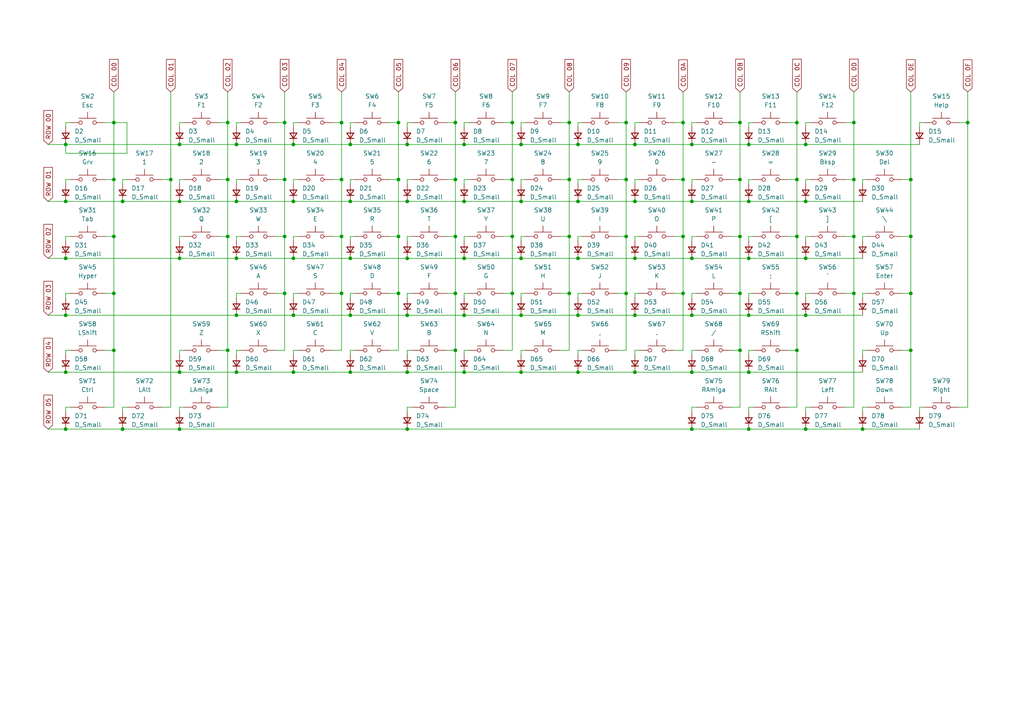
<source format=kicad_sch>
(kicad_sch (version 20211123) (generator eeschema)
  (paper "A4")
  (junction (at 167.64 41.91))
  (junction (at 132.08 101.6))
  (junction (at 85.09 91.44))
  (junction (at 184.15 41.91))
  (junction (at 85.09 107.95))
  (junction (at 68.58 91.44))
  (junction (at 264.16 85.09))
  (junction (at 118.11 124.46))
  (junction (at 101.6 41.91))
  (junction (at 115.57 85.09))
  (junction (at 247.65 68.58))
  (junction (at 247.65 85.09))
  (junction (at 217.17 41.91))
  (junction (at 214.63 101.6))
  (junction (at 231.14 68.58))
  (junction (at 52.07 124.46))
  (junction (at 33.02 52.07))
  (junction (at 99.06 68.58))
  (junction (at 184.15 58.42))
  (junction (at 184.15 74.93))
  (junction (at 165.1 68.58))
  (junction (at 19.05 74.93))
  (junction (at 101.6 91.44))
  (junction (at 132.08 52.07))
  (junction (at 200.66 58.42))
  (junction (at 101.6 58.42))
  (junction (at 151.13 58.42))
  (junction (at 200.66 91.44))
  (junction (at 148.59 68.58))
  (junction (at 151.13 107.95))
  (junction (at 198.12 68.58))
  (junction (at 19.05 107.95))
  (junction (at 151.13 74.93))
  (junction (at 280.67 35.56))
  (junction (at 19.05 58.42))
  (junction (at 151.13 91.44))
  (junction (at 167.64 58.42))
  (junction (at 184.15 107.95))
  (junction (at 214.63 85.09))
  (junction (at 101.6 74.93))
  (junction (at 68.58 41.91))
  (junction (at 132.08 35.56))
  (junction (at 115.57 68.58))
  (junction (at 165.1 52.07))
  (junction (at 52.07 74.93))
  (junction (at 33.02 101.6))
  (junction (at 264.16 101.6))
  (junction (at 217.17 74.93))
  (junction (at 231.14 52.07))
  (junction (at 33.02 68.58))
  (junction (at 68.58 58.42))
  (junction (at 118.11 91.44))
  (junction (at 82.55 85.09))
  (junction (at 181.61 85.09))
  (junction (at 264.16 68.58))
  (junction (at 198.12 85.09))
  (junction (at 233.68 58.42))
  (junction (at 134.62 41.91))
  (junction (at 52.07 107.95))
  (junction (at 85.09 74.93))
  (junction (at 217.17 91.44))
  (junction (at 181.61 68.58))
  (junction (at 231.14 85.09))
  (junction (at 214.63 35.56))
  (junction (at 233.68 124.46))
  (junction (at 19.05 41.91))
  (junction (at 148.59 35.56))
  (junction (at 233.68 74.93))
  (junction (at 115.57 52.07))
  (junction (at 167.64 107.95))
  (junction (at 200.66 107.95))
  (junction (at 85.09 41.91))
  (junction (at 250.19 124.46))
  (junction (at 231.14 35.56))
  (junction (at 118.11 107.95))
  (junction (at 198.12 52.07))
  (junction (at 33.02 35.56))
  (junction (at 264.16 52.07))
  (junction (at 217.17 107.95))
  (junction (at 151.13 41.91))
  (junction (at 134.62 58.42))
  (junction (at 82.55 52.07))
  (junction (at 181.61 35.56))
  (junction (at 99.06 85.09))
  (junction (at 148.59 85.09))
  (junction (at 19.05 91.44))
  (junction (at 231.14 101.6))
  (junction (at 200.66 74.93))
  (junction (at 66.04 52.07))
  (junction (at 247.65 35.56))
  (junction (at 52.07 41.91))
  (junction (at 52.07 58.42))
  (junction (at 85.09 58.42))
  (junction (at 35.56 58.42))
  (junction (at 247.65 52.07))
  (junction (at 118.11 41.91))
  (junction (at 217.17 124.46))
  (junction (at 198.12 35.56))
  (junction (at 82.55 35.56))
  (junction (at 101.6 107.95))
  (junction (at 132.08 68.58))
  (junction (at 167.64 74.93))
  (junction (at 99.06 35.56))
  (junction (at 165.1 35.56))
  (junction (at 217.17 58.42))
  (junction (at 68.58 107.95))
  (junction (at 99.06 52.07))
  (junction (at 233.68 91.44))
  (junction (at 148.59 52.07))
  (junction (at 200.66 41.91))
  (junction (at 49.53 52.07))
  (junction (at 35.56 124.46))
  (junction (at 184.15 91.44))
  (junction (at 132.08 85.09))
  (junction (at 165.1 85.09))
  (junction (at 200.66 124.46))
  (junction (at 214.63 68.58))
  (junction (at 19.05 124.46))
  (junction (at 214.63 52.07))
  (junction (at 82.55 68.58))
  (junction (at 68.58 74.93))
  (junction (at 134.62 91.44))
  (junction (at 33.02 85.09))
  (junction (at 181.61 52.07))
  (junction (at 66.04 101.6))
  (junction (at 167.64 91.44))
  (junction (at 118.11 74.93))
  (junction (at 66.04 68.58))
  (junction (at 118.11 58.42))
  (junction (at 134.62 107.95))
  (junction (at 134.62 74.93))
  (junction (at 233.68 41.91))
  (junction (at 115.57 35.56))
  (junction (at 66.04 35.56))
  (wire (pts (xy 33.02 85.09) (xy 33.02 101.6)))
  (wire (pts (xy 184.15 85.09) (xy 185.42 85.09)))
  (wire (pts (xy 165.1 68.58) (xy 165.1 85.09)))
  (wire (pts (xy 167.64 102.87) (xy 167.64 101.6)))
  (wire (pts (xy 52.07 74.93) (xy 68.58 74.93)))
  (wire (pts (xy 198.12 35.56) (xy 198.12 52.07)))
  (wire (pts (xy 167.64 35.56) (xy 168.91 35.56)))
  (wire (pts (xy 82.55 68.58) (xy 82.55 85.09)))
  (wire (pts (xy 101.6 101.6) (xy 102.87 101.6)))
  (wire (pts (xy 148.59 35.56) (xy 148.59 52.07)))
  (wire (pts (xy 85.09 68.58) (xy 86.36 68.58)))
  (wire (pts (xy 233.68 68.58) (xy 234.95 68.58)))
  (wire (pts (xy 151.13 41.91) (xy 167.64 41.91)))
  (wire (pts (xy 33.02 52.07) (xy 33.02 68.58)))
  (wire (pts (xy 113.03 35.56) (xy 115.57 35.56)))
  (wire (pts (xy 66.04 101.6) (xy 66.04 118.11)))
  (wire (pts (xy 148.59 26.67) (xy 148.59 35.56)))
  (wire (pts (xy 247.65 26.67) (xy 247.65 35.56)))
  (wire (pts (xy 247.65 52.07) (xy 247.65 68.58)))
  (wire (pts (xy 99.06 26.67) (xy 99.06 35.56)))
  (wire (pts (xy 85.09 58.42) (xy 101.6 58.42)))
  (wire (pts (xy 200.66 36.83) (xy 200.66 35.56)))
  (wire (pts (xy 200.66 68.58) (xy 201.93 68.58)))
  (wire (pts (xy 66.04 52.07) (xy 66.04 68.58)))
  (wire (pts (xy 184.15 86.36) (xy 184.15 85.09)))
  (wire (pts (xy 30.48 101.6) (xy 33.02 101.6)))
  (wire (pts (xy 101.6 107.95) (xy 118.11 107.95)))
  (wire (pts (xy 261.62 52.07) (xy 264.16 52.07)))
  (wire (pts (xy 118.11 101.6) (xy 119.38 101.6)))
  (wire (pts (xy 35.56 58.42) (xy 52.07 58.42)))
  (wire (pts (xy 200.66 102.87) (xy 200.66 101.6)))
  (wire (pts (xy 217.17 101.6) (xy 218.44 101.6)))
  (wire (pts (xy 82.55 26.67) (xy 82.55 35.56)))
  (wire (pts (xy 212.09 35.56) (xy 214.63 35.56)))
  (wire (pts (xy 214.63 101.6) (xy 214.63 118.11)))
  (wire (pts (xy 247.65 68.58) (xy 247.65 85.09)))
  (wire (pts (xy 250.19 69.85) (xy 250.19 68.58)))
  (wire (pts (xy 184.15 36.83) (xy 184.15 35.56)))
  (wire (pts (xy 151.13 35.56) (xy 152.4 35.56)))
  (wire (pts (xy 68.58 101.6) (xy 69.85 101.6)))
  (wire (pts (xy 118.11 102.87) (xy 118.11 101.6)))
  (wire (pts (xy 261.62 101.6) (xy 264.16 101.6)))
  (wire (pts (xy 151.13 102.87) (xy 151.13 101.6)))
  (wire (pts (xy 36.83 35.56) (xy 36.83 44.45)))
  (wire (pts (xy 231.14 85.09) (xy 231.14 101.6)))
  (wire (pts (xy 200.66 119.38) (xy 200.66 118.11)))
  (wire (pts (xy 250.19 124.46) (xy 266.7 124.46)))
  (wire (pts (xy 49.53 52.07) (xy 49.53 118.11)))
  (wire (pts (xy 167.64 41.91) (xy 184.15 41.91)))
  (wire (pts (xy 146.05 101.6) (xy 148.59 101.6)))
  (wire (pts (xy 134.62 68.58) (xy 135.89 68.58)))
  (wire (pts (xy 115.57 52.07) (xy 115.57 68.58)))
  (wire (pts (xy 85.09 36.83) (xy 85.09 35.56)))
  (wire (pts (xy 68.58 85.09) (xy 69.85 85.09)))
  (wire (pts (xy 134.62 53.34) (xy 134.62 52.07)))
  (wire (pts (xy 228.6 118.11) (xy 231.14 118.11)))
  (wire (pts (xy 80.01 68.58) (xy 82.55 68.58)))
  (wire (pts (xy 184.15 35.56) (xy 185.42 35.56)))
  (wire (pts (xy 132.08 101.6) (xy 132.08 118.11)))
  (wire (pts (xy 184.15 102.87) (xy 184.15 101.6)))
  (wire (pts (xy 68.58 86.36) (xy 68.58 85.09)))
  (wire (pts (xy 266.7 35.56) (xy 267.97 35.56)))
  (wire (pts (xy 233.68 86.36) (xy 233.68 85.09)))
  (wire (pts (xy 134.62 101.6) (xy 135.89 101.6)))
  (wire (pts (xy 85.09 74.93) (xy 101.6 74.93)))
  (wire (pts (xy 195.58 52.07) (xy 198.12 52.07)))
  (wire (pts (xy 52.07 107.95) (xy 68.58 107.95)))
  (wire (pts (xy 85.09 85.09) (xy 86.36 85.09)))
  (wire (pts (xy 68.58 53.34) (xy 68.58 52.07)))
  (wire (pts (xy 200.66 69.85) (xy 200.66 68.58)))
  (wire (pts (xy 85.09 91.44) (xy 101.6 91.44)))
  (wire (pts (xy 261.62 85.09) (xy 264.16 85.09)))
  (wire (pts (xy 261.62 68.58) (xy 264.16 68.58)))
  (wire (pts (xy 35.56 124.46) (xy 52.07 124.46)))
  (wire (pts (xy 167.64 91.44) (xy 184.15 91.44)))
  (wire (pts (xy 35.56 53.34) (xy 35.56 52.07)))
  (wire (pts (xy 13.97 41.91) (xy 19.05 41.91)))
  (wire (pts (xy 30.48 52.07) (xy 33.02 52.07)))
  (wire (pts (xy 233.68 36.83) (xy 233.68 35.56)))
  (wire (pts (xy 165.1 85.09) (xy 165.1 101.6)))
  (wire (pts (xy 162.56 101.6) (xy 165.1 101.6)))
  (wire (pts (xy 85.09 53.34) (xy 85.09 52.07)))
  (wire (pts (xy 198.12 26.67) (xy 198.12 35.56)))
  (wire (pts (xy 80.01 52.07) (xy 82.55 52.07)))
  (wire (pts (xy 250.19 52.07) (xy 251.46 52.07)))
  (wire (pts (xy 68.58 52.07) (xy 69.85 52.07)))
  (wire (pts (xy 52.07 101.6) (xy 53.34 101.6)))
  (wire (pts (xy 198.12 68.58) (xy 198.12 85.09)))
  (wire (pts (xy 228.6 35.56) (xy 231.14 35.56)))
  (wire (pts (xy 247.65 85.09) (xy 247.65 118.11)))
  (wire (pts (xy 66.04 35.56) (xy 66.04 52.07)))
  (wire (pts (xy 146.05 85.09) (xy 148.59 85.09)))
  (wire (pts (xy 200.66 74.93) (xy 217.17 74.93)))
  (wire (pts (xy 134.62 102.87) (xy 134.62 101.6)))
  (wire (pts (xy 52.07 52.07) (xy 53.34 52.07)))
  (wire (pts (xy 167.64 36.83) (xy 167.64 35.56)))
  (wire (pts (xy 115.57 85.09) (xy 115.57 101.6)))
  (wire (pts (xy 68.58 102.87) (xy 68.58 101.6)))
  (wire (pts (xy 19.05 124.46) (xy 35.56 124.46)))
  (wire (pts (xy 250.19 68.58) (xy 251.46 68.58)))
  (wire (pts (xy 214.63 26.67) (xy 214.63 35.56)))
  (wire (pts (xy 82.55 85.09) (xy 82.55 101.6)))
  (wire (pts (xy 266.7 36.83) (xy 266.7 35.56)))
  (wire (pts (xy 113.03 85.09) (xy 115.57 85.09)))
  (wire (pts (xy 200.66 58.42) (xy 217.17 58.42)))
  (wire (pts (xy 200.66 124.46) (xy 217.17 124.46)))
  (wire (pts (xy 80.01 35.56) (xy 82.55 35.56)))
  (wire (pts (xy 101.6 58.42) (xy 118.11 58.42)))
  (wire (pts (xy 231.14 52.07) (xy 231.14 68.58)))
  (wire (pts (xy 80.01 85.09) (xy 82.55 85.09)))
  (wire (pts (xy 167.64 74.93) (xy 184.15 74.93)))
  (wire (pts (xy 68.58 107.95) (xy 85.09 107.95)))
  (wire (pts (xy 233.68 41.91) (xy 266.7 41.91)))
  (wire (pts (xy 151.13 52.07) (xy 152.4 52.07)))
  (wire (pts (xy 233.68 69.85) (xy 233.68 68.58)))
  (wire (pts (xy 19.05 35.56) (xy 20.32 35.56)))
  (wire (pts (xy 118.11 35.56) (xy 119.38 35.56)))
  (wire (pts (xy 162.56 52.07) (xy 165.1 52.07)))
  (wire (pts (xy 167.64 68.58) (xy 168.91 68.58)))
  (wire (pts (xy 184.15 41.91) (xy 200.66 41.91)))
  (wire (pts (xy 181.61 68.58) (xy 181.61 85.09)))
  (wire (pts (xy 217.17 119.38) (xy 217.17 118.11)))
  (wire (pts (xy 264.16 68.58) (xy 264.16 85.09)))
  (wire (pts (xy 233.68 124.46) (xy 250.19 124.46)))
  (wire (pts (xy 63.5 101.6) (xy 66.04 101.6)))
  (wire (pts (xy 184.15 107.95) (xy 200.66 107.95)))
  (wire (pts (xy 231.14 35.56) (xy 231.14 52.07)))
  (wire (pts (xy 52.07 119.38) (xy 52.07 118.11)))
  (wire (pts (xy 245.11 118.11) (xy 247.65 118.11)))
  (wire (pts (xy 85.09 102.87) (xy 85.09 101.6)))
  (wire (pts (xy 162.56 35.56) (xy 165.1 35.56)))
  (wire (pts (xy 52.07 41.91) (xy 68.58 41.91)))
  (wire (pts (xy 33.02 101.6) (xy 33.02 118.11)))
  (wire (pts (xy 129.54 101.6) (xy 132.08 101.6)))
  (wire (pts (xy 233.68 118.11) (xy 234.95 118.11)))
  (wire (pts (xy 33.02 35.56) (xy 33.02 52.07)))
  (wire (pts (xy 132.08 85.09) (xy 132.08 101.6)))
  (wire (pts (xy 212.09 118.11) (xy 214.63 118.11)))
  (wire (pts (xy 66.04 68.58) (xy 66.04 101.6)))
  (wire (pts (xy 214.63 85.09) (xy 214.63 101.6)))
  (wire (pts (xy 264.16 52.07) (xy 264.16 68.58)))
  (wire (pts (xy 146.05 52.07) (xy 148.59 52.07)))
  (wire (pts (xy 184.15 74.93) (xy 200.66 74.93)))
  (wire (pts (xy 278.13 118.11) (xy 280.67 118.11)))
  (wire (pts (xy 195.58 101.6) (xy 198.12 101.6)))
  (wire (pts (xy 115.57 26.67) (xy 115.57 35.56)))
  (wire (pts (xy 167.64 101.6) (xy 168.91 101.6)))
  (wire (pts (xy 101.6 35.56) (xy 102.87 35.56)))
  (wire (pts (xy 179.07 101.6) (xy 181.61 101.6)))
  (wire (pts (xy 19.05 53.34) (xy 19.05 52.07)))
  (wire (pts (xy 167.64 53.34) (xy 167.64 52.07)))
  (wire (pts (xy 118.11 53.34) (xy 118.11 52.07)))
  (wire (pts (xy 134.62 86.36) (xy 134.62 85.09)))
  (wire (pts (xy 30.48 35.56) (xy 33.02 35.56)))
  (wire (pts (xy 184.15 69.85) (xy 184.15 68.58)))
  (wire (pts (xy 195.58 68.58) (xy 198.12 68.58)))
  (wire (pts (xy 200.66 91.44) (xy 217.17 91.44)))
  (wire (pts (xy 85.09 52.07) (xy 86.36 52.07)))
  (wire (pts (xy 214.63 35.56) (xy 214.63 52.07)))
  (wire (pts (xy 217.17 91.44) (xy 233.68 91.44)))
  (wire (pts (xy 151.13 86.36) (xy 151.13 85.09)))
  (wire (pts (xy 217.17 124.46) (xy 233.68 124.46)))
  (wire (pts (xy 85.09 41.91) (xy 101.6 41.91)))
  (wire (pts (xy 132.08 52.07) (xy 132.08 68.58)))
  (wire (pts (xy 134.62 58.42) (xy 151.13 58.42)))
  (wire (pts (xy 217.17 52.07) (xy 218.44 52.07)))
  (wire (pts (xy 151.13 101.6) (xy 152.4 101.6)))
  (wire (pts (xy 179.07 85.09) (xy 181.61 85.09)))
  (wire (pts (xy 261.62 118.11) (xy 264.16 118.11)))
  (wire (pts (xy 19.05 107.95) (xy 52.07 107.95)))
  (wire (pts (xy 129.54 68.58) (xy 132.08 68.58)))
  (wire (pts (xy 96.52 52.07) (xy 99.06 52.07)))
  (wire (pts (xy 113.03 52.07) (xy 115.57 52.07)))
  (wire (pts (xy 200.66 86.36) (xy 200.66 85.09)))
  (wire (pts (xy 118.11 41.91) (xy 134.62 41.91)))
  (wire (pts (xy 245.11 52.07) (xy 247.65 52.07)))
  (wire (pts (xy 19.05 85.09) (xy 20.32 85.09)))
  (wire (pts (xy 99.06 52.07) (xy 99.06 68.58)))
  (wire (pts (xy 146.05 35.56) (xy 148.59 35.56)))
  (wire (pts (xy 85.09 107.95) (xy 101.6 107.95)))
  (wire (pts (xy 118.11 36.83) (xy 118.11 35.56)))
  (wire (pts (xy 82.55 52.07) (xy 82.55 68.58)))
  (wire (pts (xy 217.17 68.58) (xy 218.44 68.58)))
  (wire (pts (xy 68.58 68.58) (xy 69.85 68.58)))
  (wire (pts (xy 101.6 74.93) (xy 118.11 74.93)))
  (wire (pts (xy 151.13 91.44) (xy 167.64 91.44)))
  (wire (pts (xy 233.68 35.56) (xy 234.95 35.56)))
  (wire (pts (xy 148.59 52.07) (xy 148.59 68.58)))
  (wire (pts (xy 99.06 35.56) (xy 99.06 52.07)))
  (wire (pts (xy 35.56 52.07) (xy 36.83 52.07)))
  (wire (pts (xy 19.05 118.11) (xy 20.32 118.11)))
  (wire (pts (xy 200.66 53.34) (xy 200.66 52.07)))
  (wire (pts (xy 68.58 91.44) (xy 85.09 91.44)))
  (wire (pts (xy 118.11 119.38) (xy 118.11 118.11)))
  (wire (pts (xy 181.61 52.07) (xy 181.61 68.58)))
  (wire (pts (xy 217.17 74.93) (xy 233.68 74.93)))
  (wire (pts (xy 278.13 35.56) (xy 280.67 35.56)))
  (wire (pts (xy 184.15 68.58) (xy 185.42 68.58)))
  (wire (pts (xy 63.5 35.56) (xy 66.04 35.56)))
  (wire (pts (xy 231.14 26.67) (xy 231.14 35.56)))
  (wire (pts (xy 184.15 101.6) (xy 185.42 101.6)))
  (wire (pts (xy 101.6 91.44) (xy 118.11 91.44)))
  (wire (pts (xy 250.19 85.09) (xy 251.46 85.09)))
  (wire (pts (xy 118.11 58.42) (xy 134.62 58.42)))
  (wire (pts (xy 250.19 119.38) (xy 250.19 118.11)))
  (wire (pts (xy 200.66 85.09) (xy 201.93 85.09)))
  (wire (pts (xy 198.12 85.09) (xy 198.12 101.6)))
  (wire (pts (xy 217.17 69.85) (xy 217.17 68.58)))
  (wire (pts (xy 63.5 68.58) (xy 66.04 68.58)))
  (wire (pts (xy 214.63 52.07) (xy 214.63 68.58)))
  (wire (pts (xy 266.7 118.11) (xy 267.97 118.11)))
  (wire (pts (xy 151.13 36.83) (xy 151.13 35.56)))
  (wire (pts (xy 118.11 124.46) (xy 200.66 124.46)))
  (wire (pts (xy 46.99 118.11) (xy 49.53 118.11)))
  (wire (pts (xy 19.05 86.36) (xy 19.05 85.09)))
  (wire (pts (xy 19.05 102.87) (xy 19.05 101.6)))
  (wire (pts (xy 167.64 69.85) (xy 167.64 68.58)))
  (wire (pts (xy 228.6 52.07) (xy 231.14 52.07)))
  (wire (pts (xy 184.15 53.34) (xy 184.15 52.07)))
  (wire (pts (xy 217.17 86.36) (xy 217.17 85.09)))
  (wire (pts (xy 113.03 68.58) (xy 115.57 68.58)))
  (wire (pts (xy 134.62 107.95) (xy 151.13 107.95)))
  (wire (pts (xy 101.6 53.34) (xy 101.6 52.07)))
  (wire (pts (xy 19.05 69.85) (xy 19.05 68.58)))
  (wire (pts (xy 49.53 26.67) (xy 49.53 52.07)))
  (wire (pts (xy 134.62 85.09) (xy 135.89 85.09)))
  (wire (pts (xy 217.17 107.95) (xy 250.19 107.95)))
  (wire (pts (xy 101.6 52.07) (xy 102.87 52.07)))
  (wire (pts (xy 68.58 35.56) (xy 69.85 35.56)))
  (wire (pts (xy 214.63 68.58) (xy 214.63 85.09)))
  (wire (pts (xy 19.05 36.83) (xy 19.05 35.56)))
  (wire (pts (xy 134.62 69.85) (xy 134.62 68.58)))
  (wire (pts (xy 247.65 35.56) (xy 247.65 52.07)))
  (wire (pts (xy 68.58 69.85) (xy 68.58 68.58)))
  (wire (pts (xy 35.56 119.38) (xy 35.56 118.11)))
  (wire (pts (xy 245.11 68.58) (xy 247.65 68.58)))
  (wire (pts (xy 146.05 68.58) (xy 148.59 68.58)))
  (wire (pts (xy 52.07 118.11) (xy 53.34 118.11)))
  (wire (pts (xy 19.05 74.93) (xy 52.07 74.93)))
  (wire (pts (xy 228.6 101.6) (xy 231.14 101.6)))
  (wire (pts (xy 132.08 35.56) (xy 132.08 52.07)))
  (wire (pts (xy 233.68 91.44) (xy 250.19 91.44)))
  (wire (pts (xy 250.19 118.11) (xy 251.46 118.11)))
  (wire (pts (xy 165.1 52.07) (xy 165.1 68.58)))
  (wire (pts (xy 68.58 41.91) (xy 85.09 41.91)))
  (wire (pts (xy 46.99 52.07) (xy 49.53 52.07)))
  (wire (pts (xy 68.58 74.93) (xy 85.09 74.93)))
  (wire (pts (xy 52.07 53.34) (xy 52.07 52.07)))
  (wire (pts (xy 198.12 52.07) (xy 198.12 68.58)))
  (wire (pts (xy 195.58 85.09) (xy 198.12 85.09)))
  (wire (pts (xy 68.58 36.83) (xy 68.58 35.56)))
  (wire (pts (xy 101.6 68.58) (xy 102.87 68.58)))
  (wire (pts (xy 151.13 58.42) (xy 167.64 58.42)))
  (wire (pts (xy 151.13 69.85) (xy 151.13 68.58)))
  (wire (pts (xy 101.6 85.09) (xy 102.87 85.09)))
  (wire (pts (xy 30.48 85.09) (xy 33.02 85.09)))
  (wire (pts (xy 167.64 85.09) (xy 168.91 85.09)))
  (wire (pts (xy 134.62 41.91) (xy 151.13 41.91)))
  (wire (pts (xy 167.64 86.36) (xy 167.64 85.09)))
  (wire (pts (xy 217.17 118.11) (xy 218.44 118.11)))
  (wire (pts (xy 132.08 26.67) (xy 132.08 35.56)))
  (wire (pts (xy 19.05 68.58) (xy 20.32 68.58)))
  (wire (pts (xy 162.56 68.58) (xy 165.1 68.58)))
  (wire (pts (xy 250.19 101.6) (xy 251.46 101.6)))
  (wire (pts (xy 85.09 35.56) (xy 86.36 35.56)))
  (wire (pts (xy 101.6 69.85) (xy 101.6 68.58)))
  (wire (pts (xy 200.66 52.07) (xy 201.93 52.07)))
  (wire (pts (xy 129.54 85.09) (xy 132.08 85.09)))
  (wire (pts (xy 245.11 85.09) (xy 247.65 85.09)))
  (wire (pts (xy 115.57 68.58) (xy 115.57 85.09)))
  (wire (pts (xy 19.05 58.42) (xy 35.56 58.42)))
  (wire (pts (xy 134.62 35.56) (xy 135.89 35.56)))
  (wire (pts (xy 101.6 102.87) (xy 101.6 101.6)))
  (wire (pts (xy 233.68 85.09) (xy 234.95 85.09)))
  (wire (pts (xy 233.68 119.38) (xy 233.68 118.11)))
  (wire (pts (xy 184.15 91.44) (xy 200.66 91.44)))
  (wire (pts (xy 162.56 85.09) (xy 165.1 85.09)))
  (wire (pts (xy 13.97 58.42) (xy 19.05 58.42)))
  (wire (pts (xy 151.13 53.34) (xy 151.13 52.07)))
  (wire (pts (xy 52.07 36.83) (xy 52.07 35.56)))
  (wire (pts (xy 19.05 119.38) (xy 19.05 118.11)))
  (wire (pts (xy 118.11 91.44) (xy 134.62 91.44)))
  (wire (pts (xy 35.56 118.11) (xy 36.83 118.11)))
  (wire (pts (xy 63.5 52.07) (xy 66.04 52.07)))
  (wire (pts (xy 96.52 101.6) (xy 99.06 101.6)))
  (wire (pts (xy 129.54 52.07) (xy 132.08 52.07)))
  (wire (pts (xy 151.13 107.95) (xy 167.64 107.95)))
  (wire (pts (xy 52.07 124.46) (xy 118.11 124.46)))
  (wire (pts (xy 52.07 35.56) (xy 53.34 35.56)))
  (wire (pts (xy 52.07 58.42) (xy 68.58 58.42)))
  (wire (pts (xy 96.52 68.58) (xy 99.06 68.58)))
  (wire (pts (xy 99.06 85.09) (xy 99.06 101.6)))
  (wire (pts (xy 181.61 35.56) (xy 181.61 52.07)))
  (wire (pts (xy 129.54 35.56) (xy 132.08 35.56)))
  (wire (pts (xy 167.64 58.42) (xy 184.15 58.42)))
  (wire (pts (xy 212.09 52.07) (xy 214.63 52.07)))
  (wire (pts (xy 151.13 85.09) (xy 152.4 85.09)))
  (wire (pts (xy 63.5 118.11) (xy 66.04 118.11)))
  (wire (pts (xy 30.48 118.11) (xy 33.02 118.11)))
  (wire (pts (xy 82.55 35.56) (xy 82.55 52.07)))
  (wire (pts (xy 118.11 69.85) (xy 118.11 68.58)))
  (wire (pts (xy 264.16 101.6) (xy 264.16 118.11)))
  (wire (pts (xy 231.14 68.58) (xy 231.14 85.09)))
  (wire (pts (xy 212.09 85.09) (xy 214.63 85.09)))
  (wire (pts (xy 200.66 41.91) (xy 217.17 41.91)))
  (wire (pts (xy 179.07 35.56) (xy 181.61 35.56)))
  (wire (pts (xy 217.17 41.91) (xy 233.68 41.91)))
  (wire (pts (xy 233.68 52.07) (xy 234.95 52.07)))
  (wire (pts (xy 195.58 35.56) (xy 198.12 35.56)))
  (wire (pts (xy 200.66 35.56) (xy 201.93 35.56)))
  (wire (pts (xy 96.52 35.56) (xy 99.06 35.56)))
  (wire (pts (xy 85.09 69.85) (xy 85.09 68.58)))
  (wire (pts (xy 66.04 26.67) (xy 66.04 35.56)))
  (wire (pts (xy 181.61 85.09) (xy 181.61 101.6)))
  (wire (pts (xy 167.64 52.07) (xy 168.91 52.07)))
  (wire (pts (xy 280.67 35.56) (xy 280.67 118.11)))
  (wire (pts (xy 36.83 44.45) (xy 19.05 44.45)))
  (wire (pts (xy 30.48 68.58) (xy 33.02 68.58)))
  (wire (pts (xy 19.05 41.91) (xy 19.05 44.45)))
  (wire (pts (xy 118.11 68.58) (xy 119.38 68.58)))
  (wire (pts (xy 179.07 52.07) (xy 181.61 52.07)))
  (wire (pts (xy 264.16 85.09) (xy 264.16 101.6)))
  (wire (pts (xy 250.19 53.34) (xy 250.19 52.07)))
  (wire (pts (xy 33.02 35.56) (xy 36.83 35.56)))
  (wire (pts (xy 217.17 53.34) (xy 217.17 52.07)))
  (wire (pts (xy 118.11 107.95) (xy 134.62 107.95)))
  (wire (pts (xy 113.03 101.6) (xy 115.57 101.6)))
  (wire (pts (xy 19.05 91.44) (xy 68.58 91.44)))
  (wire (pts (xy 148.59 68.58) (xy 148.59 85.09)))
  (wire (pts (xy 101.6 41.91) (xy 118.11 41.91)))
  (wire (pts (xy 19.05 41.91) (xy 52.07 41.91)))
  (wire (pts (xy 165.1 26.67) (xy 165.1 35.56)))
  (wire (pts (xy 118.11 52.07) (xy 119.38 52.07)))
  (wire (pts (xy 266.7 119.38) (xy 266.7 118.11)))
  (wire (pts (xy 85.09 86.36) (xy 85.09 85.09)))
  (wire (pts (xy 151.13 74.93) (xy 167.64 74.93)))
  (wire (pts (xy 179.07 68.58) (xy 181.61 68.58)))
  (wire (pts (xy 132.08 68.58) (xy 132.08 85.09)))
  (wire (pts (xy 233.68 74.93) (xy 250.19 74.93)))
  (wire (pts (xy 118.11 86.36) (xy 118.11 85.09)))
  (wire (pts (xy 13.97 107.95) (xy 19.05 107.95)))
  (wire (pts (xy 52.07 68.58) (xy 53.34 68.58)))
  (wire (pts (xy 217.17 58.42) (xy 233.68 58.42)))
  (wire (pts (xy 52.07 69.85) (xy 52.07 68.58)))
  (wire (pts (xy 118.11 85.09) (xy 119.38 85.09)))
  (wire (pts (xy 200.66 101.6) (xy 201.93 101.6)))
  (wire (pts (xy 68.58 58.42) (xy 85.09 58.42)))
  (wire (pts (xy 228.6 85.09) (xy 231.14 85.09)))
  (wire (pts (xy 151.13 68.58) (xy 152.4 68.58)))
  (wire (pts (xy 101.6 36.83) (xy 101.6 35.56)))
  (wire (pts (xy 217.17 35.56) (xy 218.44 35.56)))
  (wire (pts (xy 200.66 118.11) (xy 201.93 118.11)))
  (wire (pts (xy 33.02 26.67) (xy 33.02 35.56)))
  (wire (pts (xy 212.09 101.6) (xy 214.63 101.6)))
  (wire (pts (xy 96.52 85.09) (xy 99.06 85.09)))
  (wire (pts (xy 250.19 86.36) (xy 250.19 85.09)))
  (wire (pts (xy 228.6 68.58) (xy 231.14 68.58)))
  (wire (pts (xy 264.16 26.67) (xy 264.16 52.07)))
  (wire (pts (xy 217.17 85.09) (xy 218.44 85.09)))
  (wire (pts (xy 233.68 58.42) (xy 250.19 58.42)))
  (wire (pts (xy 19.05 52.07) (xy 20.32 52.07)))
  (wire (pts (xy 184.15 58.42) (xy 200.66 58.42)))
  (wire (pts (xy 33.02 68.58) (xy 33.02 85.09)))
  (wire (pts (xy 184.15 52.07) (xy 185.42 52.07)))
  (wire (pts (xy 200.66 107.95) (xy 217.17 107.95)))
  (wire (pts (xy 19.05 101.6) (xy 20.32 101.6)))
  (wire (pts (xy 134.62 52.07) (xy 135.89 52.07)))
  (wire (pts (xy 167.64 107.95) (xy 184.15 107.95)))
  (wire (pts (xy 52.07 102.87) (xy 52.07 101.6)))
  (wire (pts (xy 165.1 35.56) (xy 165.1 52.07)))
  (wire (pts (xy 250.19 102.87) (xy 250.19 101.6)))
  (wire (pts (xy 134.62 91.44) (xy 151.13 91.44)))
  (wire (pts (xy 231.14 101.6) (xy 231.14 118.11)))
  (wire (pts (xy 148.59 85.09) (xy 148.59 101.6)))
  (wire (pts (xy 134.62 36.83) (xy 134.62 35.56)))
  (wire (pts (xy 233.68 53.34) (xy 233.68 52.07)))
  (wire (pts (xy 118.11 118.11) (xy 119.38 118.11)))
  (wire (pts (xy 181.61 26.67) (xy 181.61 35.56)))
  (wire (pts (xy 13.97 124.46) (xy 19.05 124.46)))
  (wire (pts (xy 129.54 118.11) (xy 132.08 118.11)))
  (wire (pts (xy 85.09 101.6) (xy 86.36 101.6)))
  (wire (pts (xy 245.11 35.56) (xy 247.65 35.56)))
  (wire (pts (xy 217.17 36.83) (xy 217.17 35.56)))
  (wire (pts (xy 99.06 68.58) (xy 99.06 85.09)))
  (wire (pts (xy 134.62 74.93) (xy 151.13 74.93)))
  (wire (pts (xy 118.11 74.93) (xy 134.62 74.93)))
  (wire (pts (xy 80.01 101.6) (xy 82.55 101.6)))
  (wire (pts (xy 13.97 74.93) (xy 19.05 74.93)))
  (wire (pts (xy 13.97 91.44) (xy 19.05 91.44)))
  (wire (pts (xy 212.09 68.58) (xy 214.63 68.58)))
  (wire (pts (xy 101.6 86.36) (xy 101.6 85.09)))
  (wire (pts (xy 280.67 26.67) (xy 280.67 35.56)))
  (wire (pts (xy 217.17 102.87) (xy 217.17 101.6)))
  (wire (pts (xy 115.57 35.56) (xy 115.57 52.07)))
  (global_label "COL 0B" (shape input) (at 214.63 26.67 90) (property "Intersheet References" "${INTERSHEET_REFS}" (effects hide)))
  (global_label "COL 0C" (shape input) (at 231.14 26.67 90) (property "Intersheet References" "${INTERSHEET_REFS}" (effects hide)))
  (global_label "ROW 00" (shape input) (at 13.97 41.91 90) (property "Intersheet References" "${INTERSHEET_REFS}" (effects hide)))
  (global_label "COL 01" (shape input) (at 49.53 26.67 90) (property "Intersheet References" "${INTERSHEET_REFS}" (effects hide)))
  (global_label "COL 00" (shape input) (at 33.02 26.67 90) (property "Intersheet References" "${INTERSHEET_REFS}" (effects hide)))
  (global_label "COL 09" (shape input) (at 181.61 26.67 90) (property "Intersheet References" "${INTERSHEET_REFS}" (effects hide)))
  (global_label "ROW 05" (shape input) (at 13.97 124.46 90) (property "Intersheet References" "${INTERSHEET_REFS}" (effects hide)))
  (global_label "ROW 03" (shape input) (at 13.97 91.44 90) (property "Intersheet References" "${INTERSHEET_REFS}" (effects hide)))
  (global_label "COL 06" (shape input) (at 132.08 26.67 90) (property "Intersheet References" "${INTERSHEET_REFS}" (effects hide)))
  (global_label "COL 04" (shape input) (at 99.06 26.67 90) (property "Intersheet References" "${INTERSHEET_REFS}" (effects hide)))
  (global_label "COL 03" (shape input) (at 82.55 26.67 90) (property "Intersheet References" "${INTERSHEET_REFS}" (effects hide)))
  (global_label "COL 0A" (shape input) (at 198.12 26.67 90) (property "Intersheet References" "${INTERSHEET_REFS}" (effects hide)))
  (global_label "COL 05" (shape input) (at 115.57 26.67 90) (property "Intersheet References" "${INTERSHEET_REFS}" (effects hide)))
  (global_label "ROW 04" (shape input) (at 13.97 107.95 90) (property "Intersheet References" "${INTERSHEET_REFS}" (effects hide)))
  (global_label "COL 07" (shape input) (at 148.59 26.67 90) (property "Intersheet References" "${INTERSHEET_REFS}" (effects hide)))
  (global_label "ROW 01" (shape input) (at 13.97 58.42 90) (property "Intersheet References" "${INTERSHEET_REFS}" (effects hide)))
  (global_label "COL 0E" (shape input) (at 264.16 26.67 90) (property "Intersheet References" "${INTERSHEET_REFS}" (effects hide)))
  (global_label "ROW 02" (shape input) (at 13.97 74.93 90) (property "Intersheet References" "${INTERSHEET_REFS}" (effects hide)))
  (global_label "COL 0F" (shape input) (at 280.67 26.67 90) (property "Intersheet References" "${INTERSHEET_REFS}" (effects hide)))
  (global_label "COL 08" (shape input) (at 165.1 26.67 90) (property "Intersheet References" "${INTERSHEET_REFS}" (effects hide)))
  (global_label "COL 02" (shape input) (at 66.04 26.67 90) (property "Intersheet References" "${INTERSHEET_REFS}" (effects hide)))
  (global_label "COL 0D" (shape input) (at 247.65 26.67 90) (property "Intersheet References" "${INTERSHEET_REFS}" (effects hide)))
  (symbol (lib_id "Switch:SW_Push") (at 207.01 118.11 0) (unit 1)
    (property "Reference" "SW75" (at 207.01 110.49 0))
    (property "Value" "RAmiga" (at 207.01 113.03 0))
    (property "Footprint" "Button_Switch_Keyboard:SW_Cherry_MX_1.25u_PCB" (effects hide))
  )
  (symbol (lib_id "Device:D_Small") (at 250.19 72.39 90) (unit 1)
    (property "Reference" "D44" (at 252.73 71.1199 90) (effects (justify right)))
    (property "Value" "D_Small" (at 252.73 73.6599 90) (effects (justify right)))
    (property "Footprint" "Diode_SMD:D_SOD-123" (effects hide))
  )
  (symbol (lib_id "Switch:SW_Push") (at 223.52 85.09 0) (unit 1)
    (property "Reference" "SW55" (at 223.52 77.47 0))
    (property "Value" ";" (at 223.52 80.01 0))
    (property "Footprint" "Button_Switch_Keyboard:SW_Cherry_MX_1.00u_PCB" (effects hide))
  )
  (symbol (lib_id "Switch:SW_Push") (at 25.4 35.56 0) (unit 1)
    (property "Reference" "SW2" (at 25.4 27.94 0))
    (property "Value" "Esc" (at 25.4 30.48 0))
    (property "Footprint" "Button_Switch_Keyboard:SW_Cherry_MX_1.25u_PCB" (effects hide))
  )
  (symbol (lib_id "Device:D_Small") (at 184.15 105.41 90) (unit 1)
    (property "Reference" "D67" (at 186.69 104.1399 90) (effects (justify right)))
    (property "Value" "D_Small" (at 186.69 106.6799 90) (effects (justify right)))
    (property "Footprint" "Diode_SMD:D_SOD-123" (effects hide))
  )
  (symbol (lib_id "Switch:SW_Push") (at 74.93 85.09 0) (unit 1)
    (property "Reference" "SW46" (at 74.93 77.47 0))
    (property "Value" "A" (at 74.93 80.01 0))
    (property "Footprint" "Button_Switch_Keyboard:SW_Cherry_MX_1.00u_PCB" (effects hide))
  )
  (symbol (lib_id "Switch:SW_Push") (at 107.95 52.07 0) (unit 1)
    (property "Reference" "SW21" (at 107.95 44.45 0))
    (property "Value" "5" (at 107.95 46.99 0))
    (property "Footprint" "Button_Switch_Keyboard:SW_Cherry_MX_1.00u_PCB" (effects hide))
  )
  (symbol (lib_id "Device:D_Small") (at 134.62 55.88 90) (unit 1)
    (property "Reference" "D23" (at 137.16 54.6099 90) (effects (justify right)))
    (property "Value" "D_Small" (at 137.16 57.1499 90) (effects (justify right)))
    (property "Footprint" "Diode_SMD:D_SOD-123" (effects hide))
  )
  (symbol (lib_id "Switch:SW_Push") (at 124.46 52.07 0) (unit 1)
    (property "Reference" "SW22" (at 124.46 44.45 0))
    (property "Value" "6" (at 124.46 46.99 0))
    (property "Footprint" "Button_Switch_Keyboard:SW_Cherry_MX_1.00u_PCB" (effects hide))
  )
  (symbol (lib_id "Device:D_Small") (at 52.07 105.41 90) (unit 1)
    (property "Reference" "D59" (at 54.61 104.1399 90) (effects (justify right)))
    (property "Value" "D_Small" (at 54.61 106.6799 90) (effects (justify right)))
    (property "Footprint" "Diode_SMD:D_SOD-123" (effects hide))
  )
  (symbol (lib_id "Switch:SW_Push") (at 25.4 68.58 0) (unit 1)
    (property "Reference" "SW31" (at 25.4 60.96 0))
    (property "Value" "Tab" (at 25.4 63.5 0))
    (property "Footprint" "Button_Switch_Keyboard:SW_Cherry_MX_1.50u_PCB" (effects hide))
  )
  (symbol (lib_id "Switch:SW_Push") (at 74.93 52.07 0) (unit 1)
    (property "Reference" "SW19" (at 74.93 44.45 0))
    (property "Value" "3" (at 74.93 46.99 0))
    (property "Footprint" "Button_Switch_Keyboard:SW_Cherry_MX_1.00u_PCB" (effects hide))
  )
  (symbol (lib_id "Device:D_Small") (at 200.66 88.9 90) (unit 1)
    (property "Reference" "D54" (at 203.2 87.6299 90) (effects (justify right)))
    (property "Value" "D_Small" (at 203.2 90.1699 90) (effects (justify right)))
    (property "Footprint" "Diode_SMD:D_SOD-123" (effects hide))
  )
  (symbol (lib_id "Device:D_Small") (at 35.56 55.88 90) (unit 1)
    (property "Reference" "D17" (at 38.1 54.6099 90) (effects (justify right)))
    (property "Value" "D_Small" (at 38.1 57.1499 90) (effects (justify right)))
    (property "Footprint" "Diode_SMD:D_SOD-123" (effects hide))
  )
  (symbol (lib_id "Device:D_Small") (at 19.05 88.9 90) (unit 1)
    (property "Reference" "D45" (at 21.59 87.6299 90) (effects (justify right)))
    (property "Value" "D_Small" (at 21.59 90.1699 90) (effects (justify right)))
    (property "Footprint" "Diode_SMD:D_SOD-123" (effects hide))
  )
  (symbol (lib_id "Switch:SW_Push") (at 157.48 68.58 0) (unit 1)
    (property "Reference" "SW38" (at 157.48 60.96 0))
    (property "Value" "U" (at 157.48 63.5 0))
    (property "Footprint" "Button_Switch_Keyboard:SW_Cherry_MX_1.00u_PCB" (effects hide))
  )
  (symbol (lib_id "Device:D_Small") (at 266.7 121.92 90) (unit 1)
    (property "Reference" "D79" (at 269.24 120.6499 90) (effects (justify right)))
    (property "Value" "D_Small" (at 269.24 123.1899 90) (effects (justify right)))
    (property "Footprint" "Diode_SMD:D_SOD-123" (effects hide))
  )
  (symbol (lib_id "Switch:SW_Push") (at 240.03 118.11 0) (unit 1)
    (property "Reference" "SW77" (at 240.03 110.49 0))
    (property "Value" "Left" (at 240.03 113.03 0))
    (property "Footprint" "Button_Switch_Keyboard:SW_Cherry_MX_1.00u_PCB" (effects hide))
  )
  (symbol (lib_id "Device:D_Small") (at 184.15 55.88 90) (unit 1)
    (property "Reference" "D26" (at 186.69 54.6099 90) (effects (justify right)))
    (property "Value" "D_Small" (at 186.69 57.1499 90) (effects (justify right)))
    (property "Footprint" "Diode_SMD:D_SOD-123" (effects hide))
  )
  (symbol (lib_id "Device:D_Small") (at 101.6 55.88 90) (unit 1)
    (property "Reference" "D21" (at 104.14 54.6099 90) (effects (justify right)))
    (property "Value" "D_Small" (at 104.14 57.1499 90) (effects (justify right)))
    (property "Footprint" "Diode_SMD:D_SOD-123" (effects hide))
  )
  (symbol (lib_id "Device:D_Small") (at 266.7 39.37 90) (unit 1)
    (property "Reference" "D15" (at 269.24 38.0999 90) (effects (justify right)))
    (property "Value" "D_Small" (at 269.24 40.6399 90) (effects (justify right)))
    (property "Footprint" "Diode_SMD:D_SOD-123" (effects hide))
  )
  (symbol (lib_id "Switch:SW_Push") (at 140.97 68.58 0) (unit 1)
    (property "Reference" "SW37" (at 140.97 60.96 0))
    (property "Value" "Y" (at 140.97 63.5 0))
    (property "Footprint" "Button_Switch_Keyboard:SW_Cherry_MX_1.00u_PCB" (effects hide))
  )
  (symbol (lib_id "Device:D_Small") (at 19.05 105.41 90) (unit 1)
    (property "Reference" "D58" (at 21.59 104.1399 90) (effects (justify right)))
    (property "Value" "D_Small" (at 21.59 106.6799 90) (effects (justify right)))
    (property "Footprint" "Diode_SMD:D_SOD-123" (effects hide))
  )
  (symbol (lib_id "Switch:SW_Push") (at 173.99 68.58 0) (unit 1)
    (property "Reference" "SW39" (at 173.99 60.96 0))
    (property "Value" "I" (at 173.99 63.5 0))
    (property "Footprint" "Button_Switch_Keyboard:SW_Cherry_MX_1.00u_PCB" (effects hide))
  )
  (symbol (lib_id "Device:D_Small") (at 134.62 39.37 90) (unit 1)
    (property "Reference" "D8" (at 137.16 38.0999 90) (effects (justify right)))
    (property "Value" "D_Small" (at 137.16 40.6399 90) (effects (justify right)))
    (property "Footprint" "Diode_SMD:D_SOD-123" (effects hide))
  )
  (symbol (lib_id "Switch:SW_Push") (at 173.99 101.6 0) (unit 1)
    (property "Reference" "SW66" (at 173.99 93.98 0))
    (property "Value" "," (at 173.99 96.52 0))
    (property "Footprint" "Button_Switch_Keyboard:SW_Cherry_MX_1.00u_PCB" (effects hide))
  )
  (symbol (lib_id "Switch:SW_Push") (at 124.46 101.6 0) (unit 1)
    (property "Reference" "SW63" (at 124.46 93.98 0))
    (property "Value" "B" (at 124.46 96.52 0))
    (property "Footprint" "Button_Switch_Keyboard:SW_Cherry_MX_1.00u_PCB" (effects hide))
  )
  (symbol (lib_id "Switch:SW_Push") (at 25.4 118.11 0) (unit 1)
    (property "Reference" "SW71" (at 25.4 110.49 0))
    (property "Value" "Ctrl" (at 25.4 113.03 0))
    (property "Footprint" "Button_Switch_Keyboard:SW_Cherry_MX_1.25u_PCB" (effects hide))
  )
  (symbol (lib_id "Switch:SW_Push") (at 240.03 85.09 0) (unit 1)
    (property "Reference" "SW56" (at 240.03 77.47 0))
    (property "Value" "'" (at 240.03 80.01 0))
    (property "Footprint" "Button_Switch_Keyboard:SW_Cherry_MX_1.00u_PCB" (effects hide))
  )
  (symbol (lib_id "Device:D_Small") (at 19.05 39.37 90) (unit 1)
    (property "Reference" "D2" (at 21.59 38.0999 90) (effects (justify right)))
    (property "Value" "D_Small" (at 21.59 40.6399 90) (effects (justify right)))
    (property "Footprint" "Diode_SMD:D_SOD-123" (effects hide))
  )
  (symbol (lib_id "Switch:SW_Push") (at 91.44 101.6 0) (unit 1)
    (property "Reference" "SW61" (at 91.44 93.98 0))
    (property "Value" "C" (at 91.44 96.52 0))
    (property "Footprint" "Button_Switch_Keyboard:SW_Cherry_MX_1.00u_PCB" (effects hide))
  )
  (symbol (lib_id "Switch:SW_Push") (at 107.95 85.09 0) (unit 1)
    (property "Reference" "SW48" (at 107.95 77.47 0))
    (property "Value" "D" (at 107.95 80.01 0))
    (property "Footprint" "Button_Switch_Keyboard:SW_Cherry_MX_1.00u_PCB" (effects hide))
  )
  (symbol (lib_id "Switch:SW_Push") (at 256.54 52.07 0) (unit 1)
    (property "Reference" "SW30" (at 256.54 44.45 0))
    (property "Value" "Del" (at 256.54 46.99 0))
    (property "Footprint" "Button_Switch_Keyboard:SW_Cherry_MX_1.00u_PCB" (effects hide))
  )
  (symbol (lib_id "Switch:SW_Push") (at 58.42 52.07 0) (unit 1)
    (property "Reference" "SW18" (at 58.42 44.45 0))
    (property "Value" "2" (at 58.42 46.99 0))
    (property "Footprint" "Button_Switch_Keyboard:SW_Cherry_MX_1.00u_PCB" (effects hide))
  )
  (symbol (lib_id "Switch:SW_Push") (at 173.99 85.09 0) (unit 1)
    (property "Reference" "SW52" (at 173.99 77.47 0))
    (property "Value" "J" (at 173.99 80.01 0))
    (property "Footprint" "Button_Switch_Keyboard:SW_Cherry_MX_1.00u_PCB" (effects hide))
  )
  (symbol (lib_id "Switch:SW_Push") (at 207.01 101.6 0) (unit 1)
    (property "Reference" "SW68" (at 207.01 93.98 0))
    (property "Value" "/" (at 207.01 96.52 0))
    (property "Footprint" "Button_Switch_Keyboard:SW_Cherry_MX_1.00u_PCB" (effects hide))
  )
  (symbol (lib_id "Device:D_Small") (at 52.07 39.37 90) (unit 1)
    (property "Reference" "D3" (at 54.61 38.0999 90) (effects (justify right)))
    (property "Value" "D_Small" (at 54.61 40.6399 90) (effects (justify right)))
    (property "Footprint" "Diode_SMD:D_SOD-123" (effects hide))
  )
  (symbol (lib_id "Device:D_Small") (at 85.09 55.88 90) (unit 1)
    (property "Reference" "D20" (at 87.63 54.6099 90) (effects (justify right)))
    (property "Value" "D_Small" (at 87.63 57.1499 90) (effects (justify right)))
    (property "Footprint" "Diode_SMD:D_SOD-123" (effects hide))
  )
  (symbol (lib_id "Device:D_Small") (at 151.13 72.39 90) (unit 1)
    (property "Reference" "D38" (at 153.67 71.1199 90) (effects (justify right)))
    (property "Value" "D_Small" (at 153.67 73.6599 90) (effects (justify right)))
    (property "Footprint" "Diode_SMD:D_SOD-123" (effects hide))
  )
  (symbol (lib_id "Device:D_Small") (at 184.15 39.37 90) (unit 1)
    (property "Reference" "D11" (at 186.69 38.0999 90) (effects (justify right)))
    (property "Value" "D_Small" (at 186.69 40.6399 90) (effects (justify right)))
    (property "Footprint" "Diode_SMD:D_SOD-123" (effects hide))
  )
  (symbol (lib_id "Switch:SW_Push") (at 58.42 101.6 0) (unit 1)
    (property "Reference" "SW59" (at 58.42 93.98 0))
    (property "Value" "Z" (at 58.42 96.52 0))
    (property "Footprint" "Button_Switch_Keyboard:SW_Cherry_MX_1.00u_PCB" (effects hide))
  )
  (symbol (lib_id "Device:D_Small") (at 118.11 105.41 90) (unit 1)
    (property "Reference" "D63" (at 120.65 104.1399 90) (effects (justify right)))
    (property "Value" "D_Small" (at 120.65 106.6799 90) (effects (justify right)))
    (property "Footprint" "Diode_SMD:D_SOD-123" (effects hide))
  )
  (symbol (lib_id "Device:D_Small") (at 52.07 72.39 90) (unit 1)
    (property "Reference" "D32" (at 54.61 71.1199 90) (effects (justify right)))
    (property "Value" "D_Small" (at 54.61 73.6599 90) (effects (justify right)))
    (property "Footprint" "Diode_SMD:D_SOD-123" (effects hide))
  )
  (symbol (lib_id "Switch:SW_Push") (at 157.48 35.56 0) (unit 1)
    (property "Reference" "SW9" (at 157.48 27.94 0))
    (property "Value" "F7" (at 157.48 30.48 0))
    (property "Footprint" "Button_Switch_Keyboard:SW_Cherry_MX_1.00u_PCB" (effects hide))
  )
  (symbol (lib_id "Device:D_Small") (at 151.13 88.9 90) (unit 1)
    (property "Reference" "D51" (at 153.67 87.6299 90) (effects (justify right)))
    (property "Value" "D_Small" (at 153.67 90.1699 90) (effects (justify right)))
    (property "Footprint" "Diode_SMD:D_SOD-123" (effects hide))
  )
  (symbol (lib_id "Device:D_Small") (at 217.17 105.41 90) (unit 1)
    (property "Reference" "D69" (at 219.71 104.1399 90) (effects (justify right)))
    (property "Value" "D_Small" (at 219.71 106.6799 90) (effects (justify right)))
    (property "Footprint" "Diode_SMD:D_SOD-123" (effects hide))
  )
  (symbol (lib_id "Device:D_Small") (at 200.66 72.39 90) (unit 1)
    (property "Reference" "D41" (at 203.2 71.1199 90) (effects (justify right)))
    (property "Value" "D_Small" (at 203.2 73.6599 90) (effects (justify right)))
    (property "Footprint" "Diode_SMD:D_SOD-123" (effects hide))
  )
  (symbol (lib_id "Device:D_Small") (at 101.6 105.41 90) (unit 1)
    (property "Reference" "D62" (at 104.14 104.1399 90) (effects (justify right)))
    (property "Value" "D_Small" (at 104.14 106.6799 90) (effects (justify right)))
    (property "Footprint" "Diode_SMD:D_SOD-123" (effects hide))
  )
  (symbol (lib_id "Switch:SW_Push") (at 91.44 85.09 0) (unit 1)
    (property "Reference" "SW47" (at 91.44 77.47 0))
    (property "Value" "S" (at 91.44 80.01 0))
    (property "Footprint" "Button_Switch_Keyboard:SW_Cherry_MX_1.00u_PCB" (effects hide))
  )
  (symbol (lib_id "Device:D_Small") (at 85.09 105.41 90) (unit 1)
    (property "Reference" "D61" (at 87.63 104.1399 90) (effects (justify right)))
    (property "Value" "D_Small" (at 87.63 106.6799 90) (effects (justify right)))
    (property "Footprint" "Diode_SMD:D_SOD-123" (effects hide))
  )
  (symbol (lib_id "Device:D_Small") (at 68.58 88.9 90) (unit 1)
    (property "Reference" "D46" (at 71.12 87.6299 90) (effects (justify right)))
    (property "Value" "D_Small" (at 71.12 90.1699 90) (effects (justify right)))
    (property "Footprint" "Diode_SMD:D_SOD-123" (effects hide))
  )
  (symbol (lib_id "Switch:SW_Push") (at 256.54 118.11 0) (unit 1)
    (property "Reference" "SW78" (at 256.54 110.49 0))
    (property "Value" "Down" (at 256.54 113.03 0))
    (property "Footprint" "Button_Switch_Keyboard:SW_Cherry_MX_1.00u_PCB" (effects hide))
  )
  (symbol (lib_id "Switch:SW_Push") (at 124.46 85.09 0) (unit 1)
    (property "Reference" "SW49" (at 124.46 77.47 0))
    (property "Value" "F" (at 124.46 80.01 0))
    (property "Footprint" "Button_Switch_Keyboard:SW_Cherry_MX_1.00u_PCB" (effects hide))
  )
  (symbol (lib_id "Switch:SW_Push") (at 157.48 85.09 0) (unit 1)
    (property "Reference" "SW51" (at 157.48 77.47 0))
    (property "Value" "H" (at 157.48 80.01 0))
    (property "Footprint" "Button_Switch_Keyboard:SW_Cherry_MX_1.00u_PCB" (effects hide))
  )
  (symbol (lib_id "Switch:SW_Push") (at 190.5 35.56 0) (unit 1)
    (property "Reference" "SW11" (at 190.5 27.94 0))
    (property "Value" "F9" (at 190.5 30.48 0))
    (property "Footprint" "Button_Switch_Keyboard:SW_Cherry_MX_1.00u_PCB" (effects hide))
  )
  (symbol (lib_id "Device:D_Small") (at 68.58 55.88 90) (unit 1)
    (property "Reference" "D19" (at 71.12 54.6099 90) (effects (justify right)))
    (property "Value" "D_Small" (at 71.12 57.1499 90) (effects (justify right)))
    (property "Footprint" "Diode_SMD:D_SOD-123" (effects hide))
  )
  (symbol (lib_id "Switch:SW_Push") (at 140.97 52.07 0) (unit 1)
    (property "Reference" "SW23" (at 140.97 44.45 0))
    (property "Value" "7" (at 140.97 46.99 0))
    (property "Footprint" "Button_Switch_Keyboard:SW_Cherry_MX_1.00u_PCB" (effects hide))
  )
  (symbol (lib_id "Device:D_Small") (at 233.68 121.92 90) (unit 1)
    (property "Reference" "D77" (at 236.22 120.6499 90) (effects (justify right)))
    (property "Value" "D_Small" (at 236.22 123.1899 90) (effects (justify right)))
    (property "Footprint" "Diode_SMD:D_SOD-123" (effects hide))
  )
  (symbol (lib_id "Switch:SW_Push") (at 273.05 35.56 0) (unit 1)
    (property "Reference" "SW15" (at 273.05 27.94 0))
    (property "Value" "Help" (at 273.05 30.48 0))
    (property "Footprint" "Button_Switch_Keyboard:SW_Cherry_MX_1.25u_PCB" (effects hide))
  )
  (symbol (lib_id "Device:D_Small") (at 200.66 121.92 90) (unit 1)
    (property "Reference" "D75" (at 203.2 120.6499 90) (effects (justify right)))
    (property "Value" "D_Small" (at 203.2 123.1899 90) (effects (justify right)))
    (property "Footprint" "Diode_SMD:D_SOD-123" (effects hide))
  )
  (symbol (lib_id "Switch:SW_Push") (at 74.93 68.58 0) (unit 1)
    (property "Reference" "SW33" (at 74.93 60.96 0))
    (property "Value" "W" (at 74.93 63.5 0))
    (property "Footprint" "Button_Switch_Keyboard:SW_Cherry_MX_1.00u_PCB" (effects hide))
  )
  (symbol (lib_id "Switch:SW_Push") (at 223.52 52.07 0) (unit 1)
    (property "Reference" "SW28" (at 223.52 44.45 0))
    (property "Value" "=" (at 223.52 46.99 0))
    (property "Footprint" "Button_Switch_Keyboard:SW_Cherry_MX_1.00u_PCB" (effects hide))
  )
  (symbol (lib_id "Device:D_Small") (at 52.07 55.88 90) (unit 1)
    (property "Reference" "D18" (at 54.61 54.6099 90) (effects (justify right)))
    (property "Value" "D_Small" (at 54.61 57.1499 90) (effects (justify right)))
    (property "Footprint" "Diode_SMD:D_SOD-123" (effects hide))
  )
  (symbol (lib_id "Device:D_Small") (at 250.19 121.92 90) (unit 1)
    (property "Reference" "D78" (at 252.73 120.6499 90) (effects (justify right)))
    (property "Value" "D_Small" (at 252.73 123.1899 90) (effects (justify right)))
    (property "Footprint" "Diode_SMD:D_SOD-123" (effects hide))
  )
  (symbol (lib_id "Switch:SW_Push") (at 107.95 101.6 0) (unit 1)
    (property "Reference" "SW62" (at 107.95 93.98 0))
    (property "Value" "V" (at 107.95 96.52 0))
    (property "Footprint" "Button_Switch_Keyboard:SW_Cherry_MX_1.00u_PCB" (effects hide))
  )
  (symbol (lib_id "Device:D_Small") (at 217.17 121.92 90) (unit 1)
    (property "Reference" "D76" (at 219.71 120.6499 90) (effects (justify right)))
    (property "Value" "D_Small" (at 219.71 123.1899 90) (effects (justify right)))
    (property "Footprint" "Diode_SMD:D_SOD-123" (effects hide))
  )
  (symbol (lib_id "Switch:SW_Push") (at 223.52 35.56 0) (unit 1)
    (property "Reference" "SW13" (at 223.52 27.94 0))
    (property "Value" "F11" (at 223.52 30.48 0))
    (property "Footprint" "Button_Switch_Keyboard:SW_Cherry_MX_1.00u_PCB" (effects hide))
  )
  (symbol (lib_id "Switch:SW_Push") (at 173.99 35.56 0) (unit 1)
    (property "Reference" "SW10" (at 173.99 27.94 0))
    (property "Value" "F8" (at 173.99 30.48 0))
    (property "Footprint" "Button_Switch_Keyboard:SW_Cherry_MX_1.00u_PCB" (effects hide))
  )
  (symbol (lib_id "Device:D_Small") (at 250.19 105.41 90) (unit 1)
    (property "Reference" "D70" (at 252.73 104.1399 90) (effects (justify right)))
    (property "Value" "D_Small" (at 252.73 106.6799 90) (effects (justify right)))
    (property "Footprint" "Diode_SMD:D_SOD-123" (effects hide))
  )
  (symbol (lib_id "Switch:SW_Push") (at 140.97 101.6 0) (unit 1)
    (property "Reference" "SW64" (at 140.97 93.98 0))
    (property "Value" "N" (at 140.97 96.52 0))
    (property "Footprint" "Button_Switch_Keyboard:SW_Cherry_MX_1.00u_PCB" (effects hide))
  )
  (symbol (lib_id "Switch:SW_Push") (at 273.05 118.11 0) (unit 1)
    (property "Reference" "SW79" (at 273.05 110.49 0))
    (property "Value" "Right" (at 273.05 113.03 0))
    (property "Footprint" "Button_Switch_Keyboard:SW_Cherry_MX_1.00u_PCB" (effects hide))
  )
  (symbol (lib_id "Device:D_Small") (at 217.17 88.9 90) (unit 1)
    (property "Reference" "D55" (at 219.71 87.6299 90) (effects (justify right)))
    (property "Value" "D_Small" (at 219.71 90.1699 90) (effects (justify right)))
    (property "Footprint" "Diode_SMD:D_SOD-123" (effects hide))
  )
  (symbol (lib_id "Device:D_Small") (at 233.68 88.9 90) (unit 1)
    (property "Reference" "D56" (at 236.22 87.6299 90) (effects (justify right)))
    (property "Value" "D_Small" (at 236.22 90.1699 90) (effects (justify right)))
    (property "Footprint" "Diode_SMD:D_SOD-123" (effects hide))
  )
  (symbol (lib_id "Device:D_Small") (at 217.17 72.39 90) (unit 1)
    (property "Reference" "D42" (at 219.71 71.1199 90) (effects (justify right)))
    (property "Value" "D_Small" (at 219.71 73.6599 90) (effects (justify right)))
    (property "Footprint" "Diode_SMD:D_SOD-123" (effects hide))
  )
  (symbol (lib_id "Switch:SW_Push") (at 25.4 85.09 0) (unit 1)
    (property "Reference" "SW45" (at 25.4 77.47 0))
    (property "Value" "Hyper" (at 25.4 80.01 0))
    (property "Footprint" "Button_Switch_Keyboard:SW_Cherry_MX_2.00u_PCB" (effects hide))
  )
  (symbol (lib_id "Switch:SW_Push") (at 58.42 68.58 0) (unit 1)
    (property "Reference" "SW32" (at 58.42 60.96 0))
    (property "Value" "Q" (at 58.42 63.5 0))
    (property "Footprint" "Button_Switch_Keyboard:SW_Cherry_MX_1.00u_PCB" (effects hide))
  )
  (symbol (lib_id "Device:D_Small") (at 101.6 88.9 90) (unit 1)
    (property "Reference" "D48" (at 104.14 87.6299 90) (effects (justify right)))
    (property "Value" "D_Small" (at 104.14 90.1699 90) (effects (justify right)))
    (property "Footprint" "Diode_SMD:D_SOD-123" (effects hide))
  )
  (symbol (lib_id "Device:D_Small") (at 85.09 88.9 90) (unit 1)
    (property "Reference" "D47" (at 87.63 87.6299 90) (effects (justify right)))
    (property "Value" "D_Small" (at 87.63 90.1699 90) (effects (justify right)))
    (property "Footprint" "Diode_SMD:D_SOD-123" (effects hide))
  )
  (symbol (lib_id "Device:D_Small") (at 118.11 72.39 90) (unit 1)
    (property "Reference" "D36" (at 120.65 71.1199 90) (effects (justify right)))
    (property "Value" "D_Small" (at 120.65 73.6599 90) (effects (justify right)))
    (property "Footprint" "Diode_SMD:D_SOD-123" (effects hide))
  )
  (symbol (lib_id "Device:D_Small") (at 68.58 72.39 90) (unit 1)
    (property "Reference" "D33" (at 71.12 71.1199 90) (effects (justify right)))
    (property "Value" "D_Small" (at 71.12 73.6599 90) (effects (justify right)))
    (property "Footprint" "Diode_SMD:D_SOD-123" (effects hide))
  )
  (symbol (lib_id "Switch:SW_Push") (at 25.4 101.6 0) (unit 1)
    (property "Reference" "SW58" (at 25.4 93.98 0))
    (property "Value" "LShift" (at 25.4 96.52 0))
    (property "Footprint" "Button_Switch_Keyboard:SW_Cherry_MX_1.75u_PCB" (effects hide))
  )
  (symbol (lib_id "Device:D_Small") (at 200.66 105.41 90) (unit 1)
    (property "Reference" "D68" (at 203.2 104.1399 90) (effects (justify right)))
    (property "Value" "D_Small" (at 203.2 106.6799 90) (effects (justify right)))
    (property "Footprint" "Diode_SMD:D_SOD-123" (effects hide))
  )
  (symbol (lib_id "Device:D_Small") (at 19.05 72.39 90) (unit 1)
    (property "Reference" "D31" (at 21.59 71.1199 90) (effects (justify right)))
    (property "Value" "D_Small" (at 21.59 73.6599 90) (effects (justify right)))
    (property "Footprint" "Diode_SMD:D_SOD-123" (effects hide))
  )
  (symbol (lib_id "Switch:SW_Push") (at 207.01 52.07 0) (unit 1)
    (property "Reference" "SW27" (at 207.01 44.45 0))
    (property "Value" "-" (at 207.01 46.99 0))
    (property "Footprint" "Button_Switch_Keyboard:SW_Cherry_MX_1.00u_PCB" (effects hide))
  )
  (symbol (lib_id "Switch:SW_Push") (at 74.93 35.56 0) (unit 1)
    (property "Reference" "SW4" (at 74.93 27.94 0))
    (property "Value" "F2" (at 74.93 30.48 0))
    (property "Footprint" "Button_Switch_Keyboard:SW_Cherry_MX_1.00u_PCB" (effects hide))
  )
  (symbol (lib_id "Switch:SW_Push") (at 107.95 35.56 0) (unit 1)
    (property "Reference" "SW6" (at 107.95 27.94 0))
    (property "Value" "F4" (at 107.95 30.48 0))
    (property "Footprint" "Button_Switch_Keyboard:SW_Cherry_MX_1.00u_PCB" (effects hide))
  )
  (symbol (lib_id "Device:D_Small") (at 118.11 39.37 90) (unit 1)
    (property "Reference" "D7" (at 120.65 38.0999 90) (effects (justify right)))
    (property "Value" "D_Small" (at 120.65 40.6399 90) (effects (justify right)))
    (property "Footprint" "Diode_SMD:D_SOD-123" (effects hide))
  )
  (symbol (lib_id "Device:D_Small") (at 19.05 121.92 90) (unit 1)
    (property "Reference" "D71" (at 21.59 120.6499 90) (effects (justify right)))
    (property "Value" "D_Small" (at 21.59 123.1899 90) (effects (justify right)))
    (property "Footprint" "Diode_SMD:D_SOD-123" (effects hide))
  )
  (symbol (lib_id "Switch:SW_Push") (at 223.52 68.58 0) (unit 1)
    (property "Reference" "SW42" (at 223.52 60.96 0))
    (property "Value" "[" (at 223.52 63.5 0))
    (property "Footprint" "Button_Switch_Keyboard:SW_Cherry_MX_1.00u_PCB" (effects hide))
  )
  (symbol (lib_id "Device:D_Small") (at 167.64 88.9 90) (unit 1)
    (property "Reference" "D52" (at 170.18 87.6299 90) (effects (justify right)))
    (property "Value" "D_Small" (at 170.18 90.1699 90) (effects (justify right)))
    (property "Footprint" "Diode_SMD:D_SOD-123" (effects hide))
  )
  (symbol (lib_id "Switch:SW_Push") (at 58.42 118.11 0) (unit 1)
    (property "Reference" "SW73" (at 58.42 110.49 0))
    (property "Value" "LAmiga" (at 58.42 113.03 0))
    (property "Footprint" "Button_Switch_Keyboard:SW_Cherry_MX_1.25u_PCB" (effects hide))
  )
  (symbol (lib_id "Switch:SW_Push") (at 41.91 118.11 0) (unit 1)
    (property "Reference" "SW72" (at 41.91 110.49 0))
    (property "Value" "LAlt" (at 41.91 113.03 0))
    (property "Footprint" "Button_Switch_Keyboard:SW_Cherry_MX_1.25u_PCB" (effects hide))
  )
  (symbol (lib_id "Switch:SW_Push") (at 41.91 52.07 0) (unit 1)
    (property "Reference" "SW17" (at 41.91 44.45 0))
    (property "Value" "1" (at 41.91 46.99 0))
    (property "Footprint" "Button_Switch_Keyboard:SW_Cherry_MX_1.00u_PCB" (effects hide))
  )
  (symbol (lib_id "Device:D_Small") (at 134.62 105.41 90) (unit 1)
    (property "Reference" "D64" (at 137.16 104.1399 90) (effects (justify right)))
    (property "Value" "D_Small" (at 137.16 106.6799 90) (effects (justify right)))
    (property "Footprint" "Diode_SMD:D_SOD-123" (effects hide))
  )
  (symbol (lib_id "Switch:SW_Push") (at 25.4 52.07 0) (unit 1)
    (property "Reference" "SW16" (at 25.4 44.45 0))
    (property "Value" "Grv" (at 25.4 46.99 0))
    (property "Footprint" "Button_Switch_Keyboard:SW_Cherry_MX_1.00u_PCB" (effects hide))
  )
  (symbol (lib_id "Switch:SW_Push") (at 207.01 68.58 0) (unit 1)
    (property "Reference" "SW41" (at 207.01 60.96 0))
    (property "Value" "P" (at 207.01 63.5 0))
    (property "Footprint" "Button_Switch_Keyboard:SW_Cherry_MX_1.00u_PCB" (effects hide))
  )
  (symbol (lib_id "Switch:SW_Push") (at 223.52 101.6 0) (unit 1)
    (property "Reference" "SW69" (at 223.52 93.98 0))
    (property "Value" "RShift" (at 223.52 96.52 0))
    (property "Footprint" "Button_Switch_Keyboard:SW_Cherry_MX_2.25u_PCB" (effects hide))
  )
  (symbol (lib_id "Device:D_Small") (at 233.68 72.39 90) (unit 1)
    (property "Reference" "D43" (at 236.22 71.1199 90) (effects (justify right)))
    (property "Value" "D_Small" (at 236.22 73.6599 90) (effects (justify right)))
    (property "Footprint" "Diode_SMD:D_SOD-123" (effects hide))
  )
  (symbol (lib_id "Switch:SW_Push") (at 74.93 101.6 0) (unit 1)
    (property "Reference" "SW60" (at 74.93 93.98 0))
    (property "Value" "X" (at 74.93 96.52 0))
    (property "Footprint" "Button_Switch_Keyboard:SW_Cherry_MX_1.00u_PCB" (effects hide))
  )
  (symbol (lib_id "Device:D_Small") (at 35.56 121.92 90) (unit 1)
    (property "Reference" "D72" (at 38.1 120.6499 90) (effects (justify right)))
    (property "Value" "D_Small" (at 38.1 123.1899 90) (effects (justify right)))
    (property "Footprint" "Diode_SMD:D_SOD-123" (effects hide))
  )
  (symbol (lib_id "Switch:SW_Push") (at 190.5 101.6 0) (unit 1)
    (property "Reference" "SW67" (at 190.5 93.98 0))
    (property "Value" "." (at 190.5 96.52 0))
    (property "Footprint" "Button_Switch_Keyboard:SW_Cherry_MX_1.00u_PCB" (effects hide))
  )
  (symbol (lib_id "Device:D_Small") (at 167.64 39.37 90) (unit 1)
    (property "Reference" "D10" (at 170.18 38.0999 90) (effects (justify right)))
    (property "Value" "D_Small" (at 170.18 40.6399 90) (effects (justify right)))
    (property "Footprint" "Diode_SMD:D_SOD-123" (effects hide))
  )
  (symbol (lib_id "Device:D_Small") (at 101.6 39.37 90) (unit 1)
    (property "Reference" "D6" (at 104.14 38.0999 90) (effects (justify right)))
    (property "Value" "D_Small" (at 104.14 40.6399 90) (effects (justify right)))
    (property "Footprint" "Diode_SMD:D_SOD-123" (effects hide))
  )
  (symbol (lib_id "Switch:SW_Push") (at 91.44 35.56 0) (unit 1)
    (property "Reference" "SW5" (at 91.44 27.94 0))
    (property "Value" "F3" (at 91.44 30.48 0))
    (property "Footprint" "Button_Switch_Keyboard:SW_Cherry_MX_1.00u_PCB" (effects hide))
  )
  (symbol (lib_id "Device:D_Small") (at 167.64 105.41 90) (unit 1)
    (property "Reference" "D66" (at 170.18 104.1399 90) (effects (justify right)))
    (property "Value" "D_Small" (at 170.18 106.6799 90) (effects (justify right)))
    (property "Footprint" "Diode_SMD:D_SOD-123" (effects hide))
  )
  (symbol (lib_id "Device:D_Small") (at 151.13 39.37 90) (unit 1)
    (property "Reference" "D9" (at 153.67 38.0999 90) (effects (justify right)))
    (property "Value" "D_Small" (at 153.67 40.6399 90) (effects (justify right)))
    (property "Footprint" "Diode_SMD:D_SOD-123" (effects hide))
  )
  (symbol (lib_id "Switch:SW_Push") (at 173.99 52.07 0) (unit 1)
    (property "Reference" "SW25" (at 173.99 44.45 0))
    (property "Value" "9" (at 173.99 46.99 0))
    (property "Footprint" "Button_Switch_Keyboard:SW_Cherry_MX_1.00u_PCB" (effects hide))
  )
  (symbol (lib_id "Switch:SW_Push") (at 256.54 68.58 0) (unit 1)
    (property "Reference" "SW44" (at 256.54 60.96 0))
    (property "Value" "\\" (at 256.54 63.5 0))
    (property "Footprint" "Button_Switch_Keyboard:SW_Cherry_MX_1.50u_PCB" (effects hide))
  )
  (symbol (lib_id "Device:D_Small") (at 134.62 72.39 90) (unit 1)
    (property "Reference" "D37" (at 137.16 71.1199 90) (effects (justify right)))
    (property "Value" "D_Small" (at 137.16 73.6599 90) (effects (justify right)))
    (property "Footprint" "Diode_SMD:D_SOD-123" (effects hide))
  )
  (symbol (lib_id "Device:D_Small") (at 85.09 39.37 90) (unit 1)
    (property "Reference" "D5" (at 87.63 38.0999 90) (effects (justify right)))
    (property "Value" "D_Small" (at 87.63 40.6399 90) (effects (justify right)))
    (property "Footprint" "Diode_SMD:D_SOD-123" (effects hide))
  )
  (symbol (lib_id "Device:D_Small") (at 217.17 39.37 90) (unit 1)
    (property "Reference" "D13" (at 219.71 38.0999 90) (effects (justify right)))
    (property "Value" "D_Small" (at 219.71 40.6399 90) (effects (justify right)))
    (property "Footprint" "Diode_SMD:D_SOD-123" (effects hide))
  )
  (symbol (lib_id "Switch:SW_Push") (at 190.5 68.58 0) (unit 1)
    (property "Reference" "SW40" (at 190.5 60.96 0))
    (property "Value" "O" (at 190.5 63.5 0))
    (property "Footprint" "Button_Switch_Keyboard:SW_Cherry_MX_1.00u_PCB" (effects hide))
  )
  (symbol (lib_id "Device:D_Small") (at 233.68 55.88 90) (unit 1)
    (property "Reference" "D29" (at 236.22 54.6099 90) (effects (justify right)))
    (property "Value" "D_Small" (at 236.22 57.1499 90) (effects (justify right)))
    (property "Footprint" "Diode_SMD:D_SOD-123" (effects hide))
  )
  (symbol (lib_id "Device:D_Small") (at 118.11 55.88 90) (unit 1)
    (property "Reference" "D22" (at 120.65 54.6099 90) (effects (justify right)))
    (property "Value" "D_Small" (at 120.65 57.1499 90) (effects (justify right)))
    (property "Footprint" "Diode_SMD:D_SOD-123" (effects hide))
  )
  (symbol (lib_id "Device:D_Small") (at 101.6 72.39 90) (unit 1)
    (property "Reference" "D35" (at 104.14 71.1199 90) (effects (justify right)))
    (property "Value" "D_Small" (at 104.14 73.6599 90) (effects (justify right)))
    (property "Footprint" "Diode_SMD:D_SOD-123" (effects hide))
  )
  (symbol (lib_id "Device:D_Small") (at 68.58 39.37 90) (unit 1)
    (property "Reference" "D4" (at 71.12 38.0999 90) (effects (justify right)))
    (property "Value" "D_Small" (at 71.12 40.6399 90) (effects (justify right)))
    (property "Footprint" "Diode_SMD:D_SOD-123" (effects hide))
  )
  (symbol (lib_id "Switch:SW_Push") (at 240.03 35.56 0) (unit 1)
    (property "Reference" "SW14" (at 240.03 27.94 0))
    (property "Value" "F12" (at 240.03 30.48 0))
    (property "Footprint" "Button_Switch_Keyboard:SW_Cherry_MX_1.00u_PCB" (effects hide))
  )
  (symbol (lib_id "Device:D_Small") (at 85.09 72.39 90) (unit 1)
    (property "Reference" "D34" (at 87.63 71.1199 90) (effects (justify right)))
    (property "Value" "D_Small" (at 87.63 73.6599 90) (effects (justify right)))
    (property "Footprint" "Diode_SMD:D_SOD-123" (effects hide))
  )
  (symbol (lib_id "Device:D_Small") (at 184.15 72.39 90) (unit 1)
    (property "Reference" "D40" (at 186.69 71.1199 90) (effects (justify right)))
    (property "Value" "D_Small" (at 186.69 73.6599 90) (effects (justify right)))
    (property "Footprint" "Diode_SMD:D_SOD-123" (effects hide))
  )
  (symbol (lib_id "Device:D_Small") (at 151.13 55.88 90) (unit 1)
    (property "Reference" "D24" (at 153.67 54.6099 90) (effects (justify right)))
    (property "Value" "D_Small" (at 153.67 57.1499 90) (effects (justify right)))
    (property "Footprint" "Diode_SMD:D_SOD-123" (effects hide))
  )
  (symbol (lib_id "Device:D_Small") (at 200.66 39.37 90) (unit 1)
    (property "Reference" "D12" (at 203.2 38.0999 90) (effects (justify right)))
    (property "Value" "D_Small" (at 203.2 40.6399 90) (effects (justify right)))
    (property "Footprint" "Diode_SMD:D_SOD-123" (effects hide))
  )
  (symbol (lib_id "Switch:SW_Push") (at 58.42 35.56 0) (unit 1)
    (property "Reference" "SW3" (at 58.42 27.94 0))
    (property "Value" "F1" (at 58.42 30.48 0))
    (property "Footprint" "Button_Switch_Keyboard:SW_Cherry_MX_1.00u_PCB" (effects hide))
  )
  (symbol (lib_id "Device:D_Small") (at 68.58 105.41 90) (unit 1)
    (property "Reference" "D60" (at 71.12 104.1399 90) (effects (justify right)))
    (property "Value" "D_Small" (at 71.12 106.6799 90) (effects (justify right)))
    (property "Footprint" "Diode_SMD:D_SOD-123" (effects hide))
  )
  (symbol (lib_id "Device:D_Small") (at 184.15 88.9 90) (unit 1)
    (property "Reference" "D53" (at 186.69 87.6299 90) (effects (justify right)))
    (property "Value" "D_Small" (at 186.69 90.1699 90) (effects (justify right)))
    (property "Footprint" "Diode_SMD:D_SOD-123" (effects hide))
  )
  (symbol (lib_id "Switch:SW_Push") (at 107.95 68.58 0) (unit 1)
    (property "Reference" "SW35" (at 107.95 60.96 0))
    (property "Value" "R" (at 107.95 63.5 0))
    (property "Footprint" "Button_Switch_Keyboard:SW_Cherry_MX_1.00u_PCB" (effects hide))
  )
  (symbol (lib_id "Switch:SW_Push") (at 207.01 85.09 0) (unit 1)
    (property "Reference" "SW54" (at 207.01 77.47 0))
    (property "Value" "L" (at 207.01 80.01 0))
    (property "Footprint" "Button_Switch_Keyboard:SW_Cherry_MX_1.00u_PCB" (effects hide))
  )
  (symbol (lib_id "Device:D_Small") (at 52.07 121.92 90) (unit 1)
    (property "Reference" "D73" (at 54.61 120.6499 90) (effects (justify right)))
    (property "Value" "D_Small" (at 54.61 123.1899 90) (effects (justify right)))
    (property "Footprint" "Diode_SMD:D_SOD-123" (effects hide))
  )
  (symbol (lib_id "Device:D_Small") (at 19.05 55.88 90) (unit 1)
    (property "Reference" "D16" (at 21.59 54.6099 90) (effects (justify right)))
    (property "Value" "D_Small" (at 21.59 57.1499 90) (effects (justify right)))
    (property "Footprint" "Diode_SMD:D_SOD-123" (effects hide))
  )
  (symbol (lib_id "Device:D_Small") (at 151.13 105.41 90) (unit 1)
    (property "Reference" "D65" (at 153.67 104.1399 90) (effects (justify right)))
    (property "Value" "D_Small" (at 153.67 106.6799 90) (effects (justify right)))
    (property "Footprint" "Diode_SMD:D_SOD-123" (effects hide))
  )
  (symbol (lib_id "Switch:SW_Push") (at 190.5 85.09 0) (unit 1)
    (property "Reference" "SW53" (at 190.5 77.47 0))
    (property "Value" "K" (at 190.5 80.01 0))
    (property "Footprint" "Button_Switch_Keyboard:SW_Cherry_MX_1.00u_PCB" (effects hide))
  )
  (symbol (lib_id "Switch:SW_Push") (at 140.97 85.09 0) (unit 1)
    (property "Reference" "SW50" (at 140.97 77.47 0))
    (property "Value" "G" (at 140.97 80.01 0))
    (property "Footprint" "Button_Switch_Keyboard:SW_Cherry_MX_1.00u_PCB" (effects hide))
  )
  (symbol (lib_id "Switch:SW_Push") (at 240.03 68.58 0) (unit 1)
    (property "Reference" "SW43" (at 240.03 60.96 0))
    (property "Value" "]" (at 240.03 63.5 0))
    (property "Footprint" "Button_Switch_Keyboard:SW_Cherry_MX_1.00u_PCB" (effects hide))
  )
  (symbol (lib_id "Switch:SW_Push") (at 91.44 52.07 0) (unit 1)
    (property "Reference" "SW20" (at 91.44 44.45 0))
    (property "Value" "4" (at 91.44 46.99 0))
    (property "Footprint" "Button_Switch_Keyboard:SW_Cherry_MX_1.00u_PCB" (effects hide))
  )
  (symbol (lib_id "Device:D_Small") (at 167.64 72.39 90) (unit 1)
    (property "Reference" "D39" (at 170.18 71.1199 90) (effects (justify right)))
    (property "Value" "D_Small" (at 170.18 73.6599 90) (effects (justify right)))
    (property "Footprint" "Diode_SMD:D_SOD-123" (effects hide))
  )
  (symbol (lib_id "Device:D_Small") (at 250.19 55.88 90) (unit 1)
    (property "Reference" "D30" (at 252.73 54.6099 90) (effects (justify right)))
    (property "Value" "D_Small" (at 252.73 57.1499 90) (effects (justify right)))
    (property "Footprint" "Diode_SMD:D_SOD-123" (effects hide))
  )
  (symbol (lib_id "Switch:SW_Push") (at 256.54 85.09 0) (unit 1)
    (property "Reference" "SW57" (at 256.54 77.47 0))
    (property "Value" "Enter" (at 256.54 80.01 0))
    (property "Footprint" "Button_Switch_Keyboard:SW_Cherry_MX_2.00u_PCB" (effects hide))
  )
  (symbol (lib_id "Switch:SW_Push") (at 140.97 35.56 0) (unit 1)
    (property "Reference" "SW8" (at 140.97 27.94 0))
    (property "Value" "F6" (at 140.97 30.48 0))
    (property "Footprint" "Button_Switch_Keyboard:SW_Cherry_MX_1.00u_PCB" (effects hide))
  )
  (symbol (lib_id "Switch:SW_Push") (at 124.46 118.11 0) (unit 1)
    (property "Reference" "SW74" (at 124.46 110.49 0))
    (property "Value" "Space" (at 124.46 113.03 0))
    (property "Footprint" "Button_Switch_Keyboard:SW_Cherry_MX_6.25u_PCB" (effects hide))
  )
  (symbol (lib_id "Switch:SW_Push") (at 256.54 101.6 0) (unit 1)
    (property "Reference" "SW70" (at 256.54 93.98 0))
    (property "Value" "Up" (at 256.54 96.52 0))
    (property "Footprint" "Button_Switch_Keyboard:SW_Cherry_MX_1.00u_PCB" (effects hide))
  )
  (symbol (lib_id "Switch:SW_Push") (at 157.48 52.07 0) (unit 1)
    (property "Reference" "SW24" (at 157.48 44.45 0))
    (property "Value" "8" (at 157.48 46.99 0))
    (property "Footprint" "Button_Switch_Keyboard:SW_Cherry_MX_1.00u_PCB" (effects hide))
  )
  (symbol (lib_id "Switch:SW_Push") (at 240.03 52.07 0) (unit 1)
    (property "Reference" "SW29" (at 240.03 44.45 0))
    (property "Value" "Bksp" (at 240.03 46.99 0))
    (property "Footprint" "Button_Switch_Keyboard:SW_Cherry_MX_2.00u_PCB" (effects hide))
  )
  (symbol (lib_id "Switch:SW_Push") (at 91.44 68.58 0) (unit 1)
    (property "Reference" "SW34" (at 91.44 60.96 0))
    (property "Value" "E" (at 91.44 63.5 0))
    (property "Footprint" "Button_Switch_Keyboard:SW_Cherry_MX_1.00u_PCB" (effects hide))
  )
  (symbol (lib_id "Device:D_Small") (at 233.68 39.37 90) (unit 1)
    (property "Reference" "D14" (at 236.22 38.0999 90) (effects (justify right)))
    (property "Value" "D_Small" (at 236.22 40.6399 90) (effects (justify right)))
    (property "Footprint" "Diode_SMD:D_SOD-123" (effects hide))
  )
  (symbol (lib_id "Device:D_Small") (at 118.11 88.9 90) (unit 1)
    (property "Reference" "D49" (at 120.65 87.6299 90) (effects (justify right)))
    (property "Value" "D_Small" (at 120.65 90.1699 90) (effects (justify right)))
    (property "Footprint" "Diode_SMD:D_SOD-123" (effects hide))
  )
  (symbol (lib_id "Switch:SW_Push") (at 124.46 35.56 0) (unit 1)
    (property "Reference" "SW7" (at 124.46 27.94 0))
    (property "Value" "F5" (at 124.46 30.48 0))
    (property "Footprint" "Button_Switch_Keyboard:SW_Cherry_MX_1.00u_PCB" (effects hide))
  )
  (symbol (lib_id "Switch:SW_Push") (at 190.5 52.07 0) (unit 1)
    (property "Reference" "SW26" (at 190.5 44.45 0))
    (property "Value" "0" (at 190.5 46.99 0))
    (property "Footprint" "Button_Switch_Keyboard:SW_Cherry_MX_1.00u_PCB" (effects hide))
  )
  (symbol (lib_id "Switch:SW_Push") (at 157.48 101.6 0) (unit 1)
    (property "Reference" "SW65" (at 157.48 93.98 0))
    (property "Value" "M" (at 157.48 96.52 0))
    (property "Footprint" "Button_Switch_Keyboard:SW_Cherry_MX_1.00u_PCB" (effects hide))
  )
  (symbol (lib_id "Device:D_Small") (at 250.19 88.9 90) (unit 1)
    (property "Reference" "D57" (at 252.73 87.6299 90) (effects (justify right)))
    (property "Value" "D_Small" (at 252.73 90.1699 90) (effects (justify right)))
    (property "Footprint" "Diode_SMD:D_SOD-123" (effects hide))
  )
  (symbol (lib_id "Device:D_Small") (at 134.62 88.9 90) (unit 1)
    (property "Reference" "D50" (at 137.16 87.6299 90) (effects (justify right)))
    (property "Value" "D_Small" (at 137.16 90.1699 90) (effects (justify right)))
    (property "Footprint" "Diode_SMD:D_SOD-123" (effects hide))
  )
  (symbol (lib_id "Device:D_Small") (at 118.11 121.92 90) (unit 1)
    (property "Reference" "D74" (at 120.65 120.6499 90) (effects (justify right)))
    (property "Value" "D_Small" (at 120.65 123.1899 90) (effects (justify right)))
    (property "Footprint" "Diode_SMD:D_SOD-123" (effects hide))
  )
  (symbol (lib_id "Switch:SW_Push") (at 223.52 118.11 0) (unit 1)
    (property "Reference" "SW76" (at 223.52 110.49 0))
    (property "Value" "RAlt" (at 223.52 113.03 0))
    (property "Footprint" "Button_Switch_Keyboard:SW_Cherry_MX_1.25u_PCB" (effects hide))
  )
  (symbol (lib_id "Switch:SW_Push") (at 124.46 68.58 0) (unit 1)
    (property "Reference" "SW36" (at 124.46 60.96 0))
    (property "Value" "T" (at 124.46 63.5 0))
    (property "Footprint" "Button_Switch_Keyboard:SW_Cherry_MX_1.00u_PCB" (effects hide))
  )
  (symbol (lib_id "Device:D_Small") (at 167.64 55.88 90) (unit 1)
    (property "Reference" "D25" (at 170.18 54.6099 90) (effects (justify right)))
    (property "Value" "D_Small" (at 170.18 57.1499 90) (effects (justify right)))
    (property "Footprint" "Diode_SMD:D_SOD-123" (effects hide))
  )
  (symbol (lib_id "Device:D_Small") (at 200.66 55.88 90) (unit 1)
    (property "Reference" "D27" (at 203.2 54.6099 90) (effects (justify right)))
    (property "Value" "D_Small" (at 203.2 57.1499 90) (effects (justify right)))
    (property "Footprint" "Diode_SMD:D_SOD-123" (effects hide))
  )
  (symbol (lib_id "Device:D_Small") (at 217.17 55.88 90) (unit 1)
    (property "Reference" "D28" (at 219.71 54.6099 90) (effects (justify right)))
    (property "Value" "D_Small" (at 219.71 57.1499 90) (effects (justify right)))
    (property "Footprint" "Diode_SMD:D_SOD-123" (effects hide))
  )
  (symbol (lib_id "Switch:SW_Push") (at 207.01 35.56 0) (unit 1)
    (property "Reference" "SW12" (at 207.01 27.94 0))
    (property "Value" "F10" (at 207.01 30.48 0))
    (property "Footprint" "Button_Switch_Keyboard:SW_Cherry_MX_1.00u_PCB" (effects hide))
  )
)
</source>
